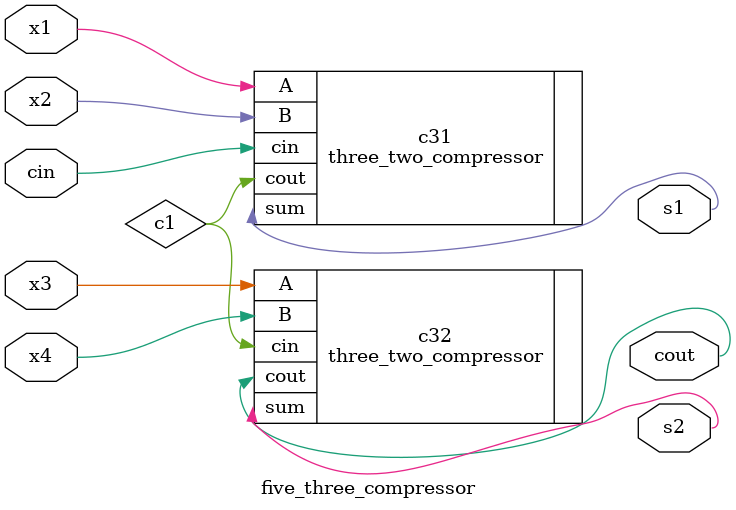
<source format=v>
`timescale 1ns / 1ps

module five_three_compressor(
    input x1, x2, x3, x4, cin,
    output s1, s2,
    output cout
    );
    
    wire c1;
    
    three_two_compressor c31 (.A(x1), .B(x2), .cin(cin), .sum(s1), .cout(c1));
    three_two_compressor c32 (.A(x3), .B(x4), .cin(c1), .sum(s2), .cout(cout));
    
endmodule

</source>
